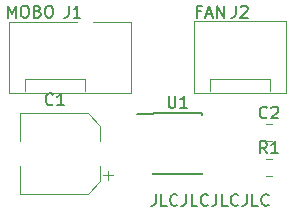
<source format=gbr>
%TF.GenerationSoftware,KiCad,Pcbnew,5.1.6*%
%TF.CreationDate,2020-06-25T18:24:33-05:00*%
%TF.ProjectId,fancontrol,66616e63-6f6e-4747-926f-6c2e6b696361,rev?*%
%TF.SameCoordinates,Original*%
%TF.FileFunction,Legend,Top*%
%TF.FilePolarity,Positive*%
%FSLAX46Y46*%
G04 Gerber Fmt 4.6, Leading zero omitted, Abs format (unit mm)*
G04 Created by KiCad (PCBNEW 5.1.6) date 2020-06-25 18:24:33*
%MOMM*%
%LPD*%
G01*
G04 APERTURE LIST*
%ADD10C,0.150000*%
%ADD11C,0.120000*%
G04 APERTURE END LIST*
D10*
X157940476Y-85768571D02*
X157607142Y-85768571D01*
X157607142Y-86292380D02*
X157607142Y-85292380D01*
X158083333Y-85292380D01*
X158416666Y-86006666D02*
X158892857Y-86006666D01*
X158321428Y-86292380D02*
X158654761Y-85292380D01*
X158988095Y-86292380D01*
X159321428Y-86292380D02*
X159321428Y-85292380D01*
X159892857Y-86292380D01*
X159892857Y-85292380D01*
X141629047Y-86292380D02*
X141629047Y-85292380D01*
X141962380Y-86006666D01*
X142295714Y-85292380D01*
X142295714Y-86292380D01*
X142962380Y-85292380D02*
X143152857Y-85292380D01*
X143248095Y-85340000D01*
X143343333Y-85435238D01*
X143390952Y-85625714D01*
X143390952Y-85959047D01*
X143343333Y-86149523D01*
X143248095Y-86244761D01*
X143152857Y-86292380D01*
X142962380Y-86292380D01*
X142867142Y-86244761D01*
X142771904Y-86149523D01*
X142724285Y-85959047D01*
X142724285Y-85625714D01*
X142771904Y-85435238D01*
X142867142Y-85340000D01*
X142962380Y-85292380D01*
X144152857Y-85768571D02*
X144295714Y-85816190D01*
X144343333Y-85863809D01*
X144390952Y-85959047D01*
X144390952Y-86101904D01*
X144343333Y-86197142D01*
X144295714Y-86244761D01*
X144200476Y-86292380D01*
X143819523Y-86292380D01*
X143819523Y-85292380D01*
X144152857Y-85292380D01*
X144248095Y-85340000D01*
X144295714Y-85387619D01*
X144343333Y-85482857D01*
X144343333Y-85578095D01*
X144295714Y-85673333D01*
X144248095Y-85720952D01*
X144152857Y-85768571D01*
X143819523Y-85768571D01*
X145010000Y-85292380D02*
X145200476Y-85292380D01*
X145295714Y-85340000D01*
X145390952Y-85435238D01*
X145438571Y-85625714D01*
X145438571Y-85959047D01*
X145390952Y-86149523D01*
X145295714Y-86244761D01*
X145200476Y-86292380D01*
X145010000Y-86292380D01*
X144914761Y-86244761D01*
X144819523Y-86149523D01*
X144771904Y-85959047D01*
X144771904Y-85625714D01*
X144819523Y-85435238D01*
X144914761Y-85340000D01*
X145010000Y-85292380D01*
X154130952Y-101252380D02*
X154130952Y-101966666D01*
X154083333Y-102109523D01*
X153988095Y-102204761D01*
X153845238Y-102252380D01*
X153750000Y-102252380D01*
X155083333Y-102252380D02*
X154607142Y-102252380D01*
X154607142Y-101252380D01*
X155988095Y-102157142D02*
X155940476Y-102204761D01*
X155797619Y-102252380D01*
X155702380Y-102252380D01*
X155559523Y-102204761D01*
X155464285Y-102109523D01*
X155416666Y-102014285D01*
X155369047Y-101823809D01*
X155369047Y-101680952D01*
X155416666Y-101490476D01*
X155464285Y-101395238D01*
X155559523Y-101300000D01*
X155702380Y-101252380D01*
X155797619Y-101252380D01*
X155940476Y-101300000D01*
X155988095Y-101347619D01*
X156702380Y-101252380D02*
X156702380Y-101966666D01*
X156654761Y-102109523D01*
X156559523Y-102204761D01*
X156416666Y-102252380D01*
X156321428Y-102252380D01*
X157654761Y-102252380D02*
X157178571Y-102252380D01*
X157178571Y-101252380D01*
X158559523Y-102157142D02*
X158511904Y-102204761D01*
X158369047Y-102252380D01*
X158273809Y-102252380D01*
X158130952Y-102204761D01*
X158035714Y-102109523D01*
X157988095Y-102014285D01*
X157940476Y-101823809D01*
X157940476Y-101680952D01*
X157988095Y-101490476D01*
X158035714Y-101395238D01*
X158130952Y-101300000D01*
X158273809Y-101252380D01*
X158369047Y-101252380D01*
X158511904Y-101300000D01*
X158559523Y-101347619D01*
X159273809Y-101252380D02*
X159273809Y-101966666D01*
X159226190Y-102109523D01*
X159130952Y-102204761D01*
X158988095Y-102252380D01*
X158892857Y-102252380D01*
X160226190Y-102252380D02*
X159750000Y-102252380D01*
X159750000Y-101252380D01*
X161130952Y-102157142D02*
X161083333Y-102204761D01*
X160940476Y-102252380D01*
X160845238Y-102252380D01*
X160702380Y-102204761D01*
X160607142Y-102109523D01*
X160559523Y-102014285D01*
X160511904Y-101823809D01*
X160511904Y-101680952D01*
X160559523Y-101490476D01*
X160607142Y-101395238D01*
X160702380Y-101300000D01*
X160845238Y-101252380D01*
X160940476Y-101252380D01*
X161083333Y-101300000D01*
X161130952Y-101347619D01*
X161845238Y-101252380D02*
X161845238Y-101966666D01*
X161797619Y-102109523D01*
X161702380Y-102204761D01*
X161559523Y-102252380D01*
X161464285Y-102252380D01*
X162797619Y-102252380D02*
X162321428Y-102252380D01*
X162321428Y-101252380D01*
X163702380Y-102157142D02*
X163654761Y-102204761D01*
X163511904Y-102252380D01*
X163416666Y-102252380D01*
X163273809Y-102204761D01*
X163178571Y-102109523D01*
X163130952Y-102014285D01*
X163083333Y-101823809D01*
X163083333Y-101680952D01*
X163130952Y-101490476D01*
X163178571Y-101395238D01*
X163273809Y-101300000D01*
X163416666Y-101252380D01*
X163511904Y-101252380D01*
X163654761Y-101300000D01*
X163702380Y-101347619D01*
%TO.C,U1*%
X153925000Y-94415000D02*
X153925000Y-94465000D01*
X158075000Y-94415000D02*
X158075000Y-94560000D01*
X158075000Y-99565000D02*
X158075000Y-99420000D01*
X153925000Y-99565000D02*
X153925000Y-99420000D01*
X153925000Y-94415000D02*
X158075000Y-94415000D01*
X153925000Y-99565000D02*
X158075000Y-99565000D01*
X153925000Y-94465000D02*
X152525000Y-94465000D01*
D11*
%TO.C,R1*%
X163468748Y-98270000D02*
X163991252Y-98270000D01*
X163468748Y-99690000D02*
X163991252Y-99690000D01*
%TO.C,J2*%
X157400000Y-92640000D02*
X157400000Y-86590000D01*
X157400000Y-86590000D02*
X165200000Y-86590000D01*
X165200000Y-86590000D02*
X165200000Y-92640000D01*
X165200000Y-92640000D02*
X157400000Y-92640000D01*
X158750000Y-92540000D02*
X158750000Y-91530000D01*
X158750000Y-91530000D02*
X163830000Y-91530000D01*
X163830000Y-91530000D02*
X163830000Y-92540000D01*
%TO.C,J1*%
X141750000Y-86640000D02*
X147500000Y-86640000D01*
X148850000Y-86690000D02*
X152050000Y-86690000D01*
X152050000Y-86690000D02*
X152050000Y-92640000D01*
X152050000Y-92640000D02*
X141750000Y-92640000D01*
X141750000Y-92640000D02*
X141750000Y-86640000D01*
X143100000Y-92540000D02*
X143100000Y-91530000D01*
X143100000Y-91530000D02*
X148180000Y-91530000D01*
X148180000Y-91530000D02*
X148180000Y-92540000D01*
%TO.C,C2*%
X163468748Y-95320000D02*
X163991252Y-95320000D01*
X163468748Y-96740000D02*
X163991252Y-96740000D01*
%TO.C,C1*%
X142640000Y-94380000D02*
X142640000Y-96730000D01*
X142640000Y-101200000D02*
X142640000Y-98850000D01*
X148395563Y-101200000D02*
X142640000Y-101200000D01*
X148395563Y-94380000D02*
X142640000Y-94380000D01*
X149460000Y-95444437D02*
X149460000Y-96730000D01*
X149460000Y-100135563D02*
X149460000Y-98850000D01*
X149460000Y-100135563D02*
X148395563Y-101200000D01*
X149460000Y-95444437D02*
X148395563Y-94380000D01*
X150487500Y-99637500D02*
X149700000Y-99637500D01*
X150093750Y-100031250D02*
X150093750Y-99243750D01*
%TO.C,U1*%
D10*
X155238095Y-92942380D02*
X155238095Y-93751904D01*
X155285714Y-93847142D01*
X155333333Y-93894761D01*
X155428571Y-93942380D01*
X155619047Y-93942380D01*
X155714285Y-93894761D01*
X155761904Y-93847142D01*
X155809523Y-93751904D01*
X155809523Y-92942380D01*
X156809523Y-93942380D02*
X156238095Y-93942380D01*
X156523809Y-93942380D02*
X156523809Y-92942380D01*
X156428571Y-93085238D01*
X156333333Y-93180476D01*
X156238095Y-93228095D01*
%TO.C,R1*%
X163563333Y-97782380D02*
X163230000Y-97306190D01*
X162991904Y-97782380D02*
X162991904Y-96782380D01*
X163372857Y-96782380D01*
X163468095Y-96830000D01*
X163515714Y-96877619D01*
X163563333Y-96972857D01*
X163563333Y-97115714D01*
X163515714Y-97210952D01*
X163468095Y-97258571D01*
X163372857Y-97306190D01*
X162991904Y-97306190D01*
X164515714Y-97782380D02*
X163944285Y-97782380D01*
X164230000Y-97782380D02*
X164230000Y-96782380D01*
X164134761Y-96925238D01*
X164039523Y-97020476D01*
X163944285Y-97068095D01*
%TO.C,J2*%
X160916666Y-85292380D02*
X160916666Y-86006666D01*
X160869047Y-86149523D01*
X160773809Y-86244761D01*
X160630952Y-86292380D01*
X160535714Y-86292380D01*
X161345238Y-85387619D02*
X161392857Y-85340000D01*
X161488095Y-85292380D01*
X161726190Y-85292380D01*
X161821428Y-85340000D01*
X161869047Y-85387619D01*
X161916666Y-85482857D01*
X161916666Y-85578095D01*
X161869047Y-85720952D01*
X161297619Y-86292380D01*
X161916666Y-86292380D01*
%TO.C,J1*%
X146766666Y-85292380D02*
X146766666Y-86006666D01*
X146719047Y-86149523D01*
X146623809Y-86244761D01*
X146480952Y-86292380D01*
X146385714Y-86292380D01*
X147766666Y-86292380D02*
X147195238Y-86292380D01*
X147480952Y-86292380D02*
X147480952Y-85292380D01*
X147385714Y-85435238D01*
X147290476Y-85530476D01*
X147195238Y-85578095D01*
%TO.C,C2*%
X163563333Y-94737142D02*
X163515714Y-94784761D01*
X163372857Y-94832380D01*
X163277619Y-94832380D01*
X163134761Y-94784761D01*
X163039523Y-94689523D01*
X162991904Y-94594285D01*
X162944285Y-94403809D01*
X162944285Y-94260952D01*
X162991904Y-94070476D01*
X163039523Y-93975238D01*
X163134761Y-93880000D01*
X163277619Y-93832380D01*
X163372857Y-93832380D01*
X163515714Y-93880000D01*
X163563333Y-93927619D01*
X163944285Y-93927619D02*
X163991904Y-93880000D01*
X164087142Y-93832380D01*
X164325238Y-93832380D01*
X164420476Y-93880000D01*
X164468095Y-93927619D01*
X164515714Y-94022857D01*
X164515714Y-94118095D01*
X164468095Y-94260952D01*
X163896666Y-94832380D01*
X164515714Y-94832380D01*
%TO.C,C1*%
X145433333Y-93627142D02*
X145385714Y-93674761D01*
X145242857Y-93722380D01*
X145147619Y-93722380D01*
X145004761Y-93674761D01*
X144909523Y-93579523D01*
X144861904Y-93484285D01*
X144814285Y-93293809D01*
X144814285Y-93150952D01*
X144861904Y-92960476D01*
X144909523Y-92865238D01*
X145004761Y-92770000D01*
X145147619Y-92722380D01*
X145242857Y-92722380D01*
X145385714Y-92770000D01*
X145433333Y-92817619D01*
X146385714Y-93722380D02*
X145814285Y-93722380D01*
X146100000Y-93722380D02*
X146100000Y-92722380D01*
X146004761Y-92865238D01*
X145909523Y-92960476D01*
X145814285Y-93008095D01*
%TD*%
M02*

</source>
